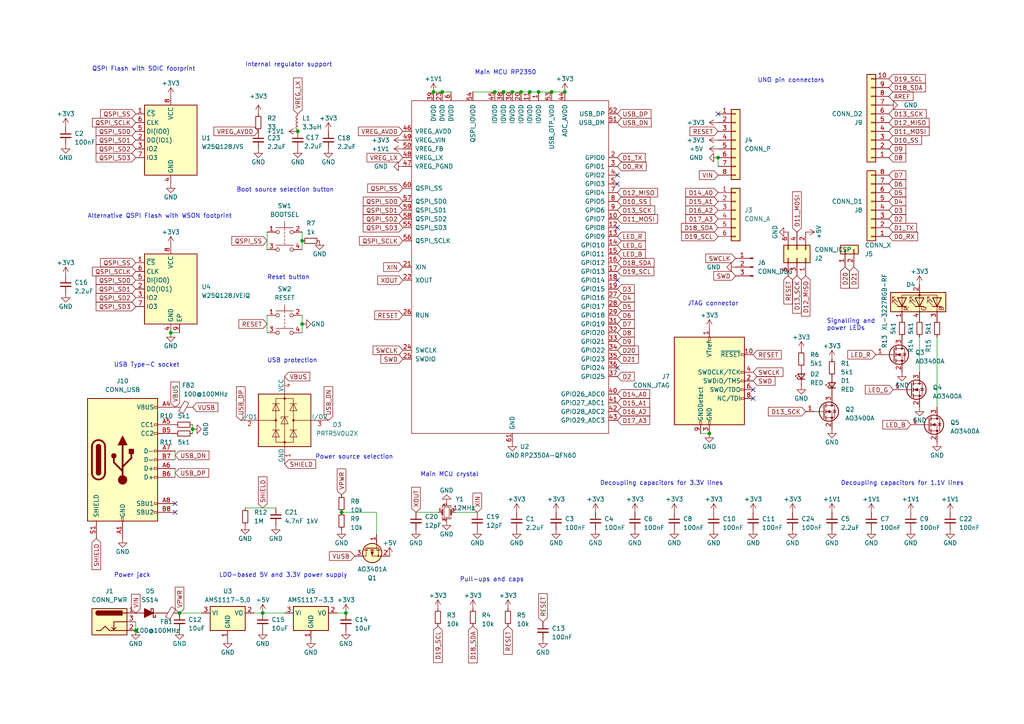
<source format=kicad_sch>
(kicad_sch (version 20231120) (generator "eeschema") (generator_version "8.0")
  (paper "A4")
  (title_block (title "RP2350-Eins-0010") (date "2024-08-24") (rev "1.0") (company "(c) 2024 Andriy Golovnya") (comment 1 "RP2350 based board with Arduino Uno footprint") (comment 2 "Designed in Germany"))
  (junction (at 146.05 26.67))
  (junction (at 39.37 182.88))
  (junction (at 163.83 26.67))
  (junction (at 55.88 124.46))
  (junction (at 143.51 26.67))
  (junction (at 153.67 26.67))
  (junction (at 87.63 93.98))
  (junction (at 148.59 26.67))
  (junction (at 52.07 177.8))
  (junction (at 125.73 26.67))
  (junction (at 99.06 148.59))
  (junction (at 151.13 26.67))
  (junction (at 100.33 177.8))
  (junction (at 156.21 26.67))
  (junction (at 86.36 38.1))
  (junction (at 208.28 45.72))
  (junction (at 128.27 26.67))
  (junction (at 87.63 69.85))
  (junction (at 76.2 177.8))
  (junction (at 160.02 26.67))
  (junction (at 49.53 96.52))
  (junction (at 205.74 125.73))
  (no_connect (at 50.8 148.59))
  (no_connect (at 179.07 53.34))
  (no_connect (at 179.07 50.8))
  (no_connect (at 218.44 113.03))
  (no_connect (at 50.8 146.05))
  (no_connect (at 218.44 115.57))
  (no_connect (at 179.07 81.28))
  (no_connect (at 179.07 66.04))
  (no_connect (at 179.07 106.68))
  (no_connect (at 208.28 33.02))
  (wire (pts (xy 132.08 148.59) (xy 138.43 148.59)))
  (wire (pts (xy 109.22 148.59) (xy 109.22 154.94)))
  (wire (pts (xy 55.88 124.46) (xy 55.88 123.19)))
  (wire (pts (xy 137.16 26.67) (xy 143.51 26.67)))
  (wire (pts (xy 50.8 135.89) (xy 50.8 138.43)))
  (wire (pts (xy 55.88 125.73) (xy 55.88 124.46)))
  (wire (pts (xy 52.07 177.8) (xy 58.42 177.8)))
  (wire (pts (xy 77.47 67.31) (xy 77.47 72.39)))
  (wire (pts (xy 87.63 91.44) (xy 87.63 93.98)))
  (wire (pts (xy 125.73 26.67) (xy 128.27 26.67)))
  (wire (pts (xy 99.06 148.59) (xy 109.22 148.59)))
  (wire (pts (xy 120.65 148.59) (xy 127 148.59)))
  (wire (pts (xy 87.63 93.98) (xy 87.63 96.52)))
  (wire (pts (xy 160.02 26.67) (xy 163.83 26.67)))
  (wire (pts (xy 73.66 177.8) (xy 76.2 177.8)))
  (wire (pts (xy 208.28 45.72) (xy 208.28 48.26)))
  (wire (pts (xy 266.7 97.79) (xy 266.7 107.95)))
  (wire (pts (xy 97.79 177.8) (xy 100.33 177.8)))
  (wire (pts (xy 143.51 26.67) (xy 146.05 26.67)))
  (wire (pts (xy 146.05 26.67) (xy 148.59 26.67)))
  (wire (pts (xy 50.8 130.81) (xy 50.8 133.35)))
  (wire (pts (xy 271.78 97.79) (xy 271.78 118.11)))
  (wire (pts (xy 39.37 180.34) (xy 39.37 182.88)))
  (wire (pts (xy 151.13 26.67) (xy 153.67 26.67)))
  (wire (pts (xy 148.59 26.67) (xy 151.13 26.67)))
  (wire (pts (xy 128.27 26.67) (xy 130.81 26.67)))
  (wire (pts (xy 49.53 96.52) (xy 52.07 96.52)))
  (wire (pts (xy 76.2 177.8) (xy 82.55 177.8)))
  (wire (pts (xy 156.21 26.67) (xy 160.02 26.67)))
  (wire (pts (xy 87.63 69.85) (xy 87.63 72.39)))
  (wire (pts (xy 87.63 67.31) (xy 87.63 69.85)))
  (wire (pts (xy 203.2 125.73) (xy 205.74 125.73)))
  (wire (pts (xy 71.12 147.32) (xy 80.01 147.32)))
  (wire (pts (xy 77.47 91.44) (xy 77.47 96.52)))
  (wire (pts (xy 153.67 26.67) (xy 156.21 26.67)))
  (text "USB protection" (at 77.47 105.41 0) (effects (font (size 1.27 1.27)) (justify left bottom)))
  (text "Alternative QSPI Flash with WSON footprint" (at 25.4 63.5 0) (effects (font (size 1.27 1.27)) (justify left bottom)))
  (text "UNO pin connectors" (at 219.71 24.13 0) (effects (font (size 1.27 1.27)) (justify left bottom)))
  (text "Main MCU RP2350" (at 137.668 21.844 0) (effects (font (size 1.27 1.27)) (justify left bottom)))
  (text "Power source selection" (at 91.44 133.35 0) (effects (font (size 1.27 1.27)) (justify left bottom)))
  (text "Power jack" (at 33.02 167.64 0) (effects (font (size 1.27 1.27)) (justify left bottom)))
  (text "Decoupling capacitors for 3.3V lines" (at 173.99 140.97 0) (effects (font (size 1.27 1.27)) (justify left bottom)))
  (text "Main MCU crystal" (at 121.92 138.43 0) (effects (font (size 1.27 1.27)) (justify left bottom)))
  (text "Internal regulator support" (at 71.12 19.558 0) (effects (font (size 1.27 1.27)) (justify left bottom)))
  (text "Decoupling capacitors for 1.1V lines" (at 243.84 140.97 0) (effects (font (size 1.27 1.27)) (justify left bottom)))
  (text "Pull-ups and caps" (at 133.35 168.91 0) (effects (font (size 1.27 1.27)) (justify left bottom)))
  (text "Signalling and\npower LEDs" (at 239.776 96.012 0) (effects (font (size 1.27 1.27)) (justify left bottom)))
  (text "JTAG connector" (at 199.39 88.9 0) (effects (font (size 1.27 1.27)) (justify left bottom)))
  (text "Reset button" (at 77.47 81.28 0) (effects (font (size 1.27 1.27)) (justify left bottom)))
  (text "USB Type-C socket" (at 33.02 106.68 0) (effects (font (size 1.27 1.27)) (justify left bottom)))
  (text "Boot source selection button" (at 68.58 55.88 0) (effects (font (size 1.27 1.27)) (justify left bottom)))
  (text "LDO-based 5V and 3.3V power supply" (at 63.5 167.64 0) (effects (font (size 1.27 1.27)) (justify left bottom)))
  (text "QSPI Flash with SOIC foorprint" (at 26.67 20.828 0) (effects (font (size 1.27 1.27)) (justify left bottom)))
  (global_label "D13_SCK" (shape input) (at 233.68 119.38 180) (property "Intersheetrefs" "${INTERSHEET_REFS}" (effects (hide yes))))
  (global_label "VPWR" (shape input) (at 99.06 143.51 90) (property "Intersheetrefs" "${INTERSHEET_REFS}" (effects (hide yes))))
  (global_label "QSPI_SD2" (shape input) (at 39.37 43.18 180) (property "Intersheetrefs" "${INTERSHEET_REFS}" (effects (hide yes))))
  (global_label "D17_A3" (shape input) (at 208.28 63.5 180) (property "Intersheetrefs" "${INTERSHEET_REFS}" (effects (hide yes))))
  (global_label "SWD" (shape input) (at 218.44 110.49 0) (property "Intersheetrefs" "${INTERSHEET_REFS}" (effects (hide yes))))
  (global_label "QSPI_SD1" (shape input) (at 39.37 83.82 180) (property "Intersheetrefs" "${INTERSHEET_REFS}" (effects (hide yes))))
  (global_label "D1_TX" (shape input) (at 179.07 45.72 0) (property "Intersheetrefs" "${INTERSHEET_REFS}" (effects (hide yes))))
  (global_label "D14_A0" (shape input) (at 208.28 55.88 180) (property "Intersheetrefs" "${INTERSHEET_REFS}" (effects (hide yes))))
  (global_label "D12_MISO" (shape input) (at 233.68 80.01 270) (property "Intersheetrefs" "${INTERSHEET_REFS}" (effects (hide yes))))
  (global_label "D0_RX" (shape input) (at 257.81 68.58 0) (property "Intersheetrefs" "${INTERSHEET_REFS}" (effects (hide yes))))
  (global_label "VBUS" (shape input) (at 82.55 109.22 0) (property "Intersheetrefs" "${INTERSHEET_REFS}" (effects (hide yes))))
  (global_label "SWCLK" (shape input) (at 213.36 74.93 180) (property "Intersheetrefs" "${INTERSHEET_REFS}" (effects (hide yes))))
  (global_label "D20" (shape input) (at 245.11 77.47 270) (property "Intersheetrefs" "${INTERSHEET_REFS}" (effects (hide yes))))
  (global_label "VREG_LX" (shape input) (at 116.84 45.72 180) (property "Intersheetrefs" "${INTERSHEET_REFS}" (effects (hide yes))))
  (global_label "QSPI_SD3" (shape input) (at 39.37 88.9 180) (property "Intersheetrefs" "${INTERSHEET_REFS}" (effects (hide yes))))
  (global_label "QSPI_SD0" (shape input) (at 39.37 38.1 180) (property "Intersheetrefs" "${INTERSHEET_REFS}" (effects (hide yes))))
  (global_label "USB_DP" (shape input) (at 69.85 121.92 90) (property "Intersheetrefs" "${INTERSHEET_REFS}" (effects (hide yes))))
  (global_label "VUSB" (shape input) (at 55.88 118.11 0) (property "Intersheetrefs" "${INTERSHEET_REFS}" (effects (hide yes))))
  (global_label "QSPI_SCLK" (shape input) (at 39.37 78.74 180) (property "Intersheetrefs" "${INTERSHEET_REFS}" (effects (hide yes))))
  (global_label "D20" (shape input) (at 179.07 101.6 0) (property "Intersheetrefs" "${INTERSHEET_REFS}" (effects (hide yes))))
  (global_label "D18_SDA" (shape input) (at 257.81 25.4 0) (property "Intersheetrefs" "${INTERSHEET_REFS}" (effects (hide yes))))
  (global_label "D5" (shape input) (at 179.07 88.9 0) (property "Intersheetrefs" "${INTERSHEET_REFS}" (effects (hide yes))))
  (global_label "AREF" (shape input) (at 257.81 27.94 0) (property "Intersheetrefs" "${INTERSHEET_REFS}" (effects (hide yes))))
  (global_label "D8" (shape input) (at 257.81 45.72 0) (property "Intersheetrefs" "${INTERSHEET_REFS}" (effects (hide yes))))
  (global_label "D9" (shape input) (at 257.81 43.18 0) (property "Intersheetrefs" "${INTERSHEET_REFS}" (effects (hide yes))))
  (global_label "QSPI_SD0" (shape input) (at 116.84 58.42 180) (property "Intersheetrefs" "${INTERSHEET_REFS}" (effects (hide yes))))
  (global_label "SHIELD" (shape input) (at 82.55 134.62 0) (property "Intersheetrefs" "${INTERSHEET_REFS}" (effects (hide yes))))
  (global_label "D2" (shape input) (at 179.07 109.22 0) (property "Intersheetrefs" "${INTERSHEET_REFS}" (effects (hide yes))))
  (global_label "RESET" (shape input) (at 208.28 38.1 180) (property "Intersheetrefs" "${INTERSHEET_REFS}" (effects (hide yes))))
  (global_label "QSPI_SS" (shape input) (at 39.37 33.02 180) (property "Intersheetrefs" "${INTERSHEET_REFS}" (effects (hide yes))))
  (global_label "QSPI_SS" (shape input) (at 116.84 54.61 180) (property "Intersheetrefs" "${INTERSHEET_REFS}" (effects (hide yes))))
  (global_label "D16_A2" (shape input) (at 208.28 60.96 180) (property "Intersheetrefs" "${INTERSHEET_REFS}" (effects (hide yes))))
  (global_label "LED_R" (shape input) (at 254 102.87 180) (property "Intersheetrefs" "${INTERSHEET_REFS}" (effects (hide yes))))
  (global_label "QSPI_SD3" (shape input) (at 39.37 45.72 180) (property "Intersheetrefs" "${INTERSHEET_REFS}" (effects (hide yes))))
  (global_label "USB_DN" (shape input) (at 50.8 132.08 0) (property "Intersheetrefs" "${INTERSHEET_REFS}" (effects (hide yes))))
  (global_label "D2" (shape input) (at 257.81 63.5 0) (property "Intersheetrefs" "${INTERSHEET_REFS}" (effects (hide yes))))
  (global_label "VPWR" (shape input) (at 52.07 177.8 90) (property "Intersheetrefs" "${INTERSHEET_REFS}" (effects (hide yes))))
  (global_label "D15_A1" (shape input) (at 208.28 58.42 180) (property "Intersheetrefs" "${INTERSHEET_REFS}" (effects (hide yes))))
  (global_label "USB_DN" (shape input) (at 179.07 35.56 0) (property "Intersheetrefs" "${INTERSHEET_REFS}" (effects (hide yes))))
  (global_label "RESET" (shape input) (at 77.47 93.98 180) (property "Intersheetrefs" "${INTERSHEET_REFS}" (effects (hide yes))))
  (global_label "LED_B" (shape input) (at 179.07 73.66 0) (property "Intersheetrefs" "${INTERSHEET_REFS}" (effects (hide yes))))
  (global_label "D21" (shape input) (at 179.07 104.14 0) (property "Intersheetrefs" "${INTERSHEET_REFS}" (effects (hide yes))))
  (global_label "QSPI_SS" (shape input) (at 77.47 69.85 180) (property "Intersheetrefs" "${INTERSHEET_REFS}" (effects (hide yes))))
  (global_label "D10_SS" (shape input) (at 257.81 40.64 0) (property "Intersheetrefs" "${INTERSHEET_REFS}" (effects (hide yes))))
  (global_label "D19_SCL" (shape input) (at 257.81 22.86 0) (property "Intersheetrefs" "${INTERSHEET_REFS}" (effects (hide yes))))
  (global_label "VREG_LX" (shape input) (at 86.36 33.02 90) (property "Intersheetrefs" "${INTERSHEET_REFS}" (effects (hide yes))))
  (global_label "D13_SCK" (shape input) (at 179.07 60.96 0) (property "Intersheetrefs" "${INTERSHEET_REFS}" (effects (hide yes))))
  (global_label "USB_DP" (shape input) (at 50.8 137.16 0) (property "Intersheetrefs" "${INTERSHEET_REFS}" (effects (hide yes))))
  (global_label "D7" (shape input) (at 179.07 93.98 0) (property "Intersheetrefs" "${INTERSHEET_REFS}" (effects (hide yes))))
  (global_label "LED_G" (shape input) (at 179.07 71.12 0) (property "Intersheetrefs" "${INTERSHEET_REFS}" (effects (hide yes))))
  (global_label "D5" (shape input) (at 257.81 55.88 0) (property "Intersheetrefs" "${INTERSHEET_REFS}" (effects (hide yes))))
  (global_label "D0_RX" (shape input) (at 179.07 48.26 0) (property "Intersheetrefs" "${INTERSHEET_REFS}" (effects (hide yes))))
  (global_label "QSPI_SD2" (shape input) (at 116.84 63.5 180) (property "Intersheetrefs" "${INTERSHEET_REFS}" (effects (hide yes))))
  (global_label "D11_MOSI" (shape input) (at 231.14 67.31 90) (property "Intersheetrefs" "${INTERSHEET_REFS}" (effects (hide yes))))
  (global_label "D14_A0" (shape input) (at 179.07 114.3 0) (property "Intersheetrefs" "${INTERSHEET_REFS}" (effects (hide yes))))
  (global_label "SWCLK" (shape input) (at 218.44 107.95 0) (property "Intersheetrefs" "${INTERSHEET_REFS}" (effects (hide yes))))
  (global_label "USB_DP" (shape input) (at 179.07 33.02 0) (property "Intersheetrefs" "${INTERSHEET_REFS}" (effects (hide yes))))
  (global_label "XIN" (shape input) (at 138.43 148.59 90) (property "Intersheetrefs" "${INTERSHEET_REFS}" (effects (hide yes))))
  (global_label "QSPI_SCLK" (shape input) (at 39.37 35.56 180) (property "Intersheetrefs" "${INTERSHEET_REFS}" (effects (hide yes))))
  (global_label "VIN" (shape input) (at 39.37 177.8 90) (property "Intersheetrefs" "${INTERSHEET_REFS}" (effects (hide yes))))
  (global_label "LED_G" (shape input) (at 259.08 113.03 180) (property "Intersheetrefs" "${INTERSHEET_REFS}" (effects (hide yes))))
  (global_label "XIN" (shape input) (at 116.84 77.47 180) (property "Intersheetrefs" "${INTERSHEET_REFS}" (effects (hide yes))))
  (global_label "D6" (shape input) (at 179.07 91.44 0) (property "Intersheetrefs" "${INTERSHEET_REFS}" (effects (hide yes))))
  (global_label "QSPI_SD1" (shape input) (at 116.84 60.96 180) (property "Intersheetrefs" "${INTERSHEET_REFS}" (effects (hide yes))))
  (global_label "D13_SCK" (shape input) (at 257.81 33.02 0) (property "Intersheetrefs" "${INTERSHEET_REFS}" (effects (hide yes))))
  (global_label "RESET" (shape input) (at 157.48 180.34 90) (property "Intersheetrefs" "${INTERSHEET_REFS}" (effects (hide yes))))
  (global_label "USB_DN" (shape input) (at 95.25 121.92 90) (property "Intersheetrefs" "${INTERSHEET_REFS}" (effects (hide yes))))
  (global_label "XOUT" (shape input) (at 120.65 148.59 90) (property "Intersheetrefs" "${INTERSHEET_REFS}" (effects (hide yes))))
  (global_label "RESET" (shape input) (at 147.32 181.61 270) (property "Intersheetrefs" "${INTERSHEET_REFS}" (effects (hide yes))))
  (global_label "D19_SCL" (shape input) (at 127 181.61 270) (property "Intersheetrefs" "${INTERSHEET_REFS}" (effects (hide yes))))
  (global_label "VREG_AVDD" (shape input) (at 116.84 38.1 180) (property "Intersheetrefs" "${INTERSHEET_REFS}" (effects (hide yes))))
  (global_label "LED_R" (shape input) (at 179.07 68.58 0) (property "Intersheetrefs" "${INTERSHEET_REFS}" (effects (hide yes))))
  (global_label "D11_MOSI" (shape input) (at 179.07 63.5 0) (property "Intersheetrefs" "${INTERSHEET_REFS}" (effects (hide yes))))
  (global_label "QSPI_SD1" (shape input) (at 39.37 40.64 180) (property "Intersheetrefs" "${INTERSHEET_REFS}" (effects (hide yes))))
  (global_label "D19_SCL" (shape input) (at 208.28 68.58 180) (property "Intersheetrefs" "${INTERSHEET_REFS}" (effects (hide yes))))
  (global_label "D19_SCL" (shape input) (at 179.07 78.74 0) (property "Intersheetrefs" "${INTERSHEET_REFS}" (effects (hide yes))))
  (global_label "D12_MISO" (shape input) (at 179.07 55.88 0) (property "Intersheetrefs" "${INTERSHEET_REFS}" (effects (hide yes))))
  (global_label "D3" (shape input) (at 179.07 83.82 0) (property "Intersheetrefs" "${INTERSHEET_REFS}" (effects (hide yes))))
  (global_label "SHIELD" (shape input) (at 27.94 156.21 270) (property "Intersheetrefs" "${INTERSHEET_REFS}" (effects (hide yes))))
  (global_label "D4" (shape input) (at 179.07 86.36 0) (property "Intersheetrefs" "${INTERSHEET_REFS}" (effects (hide yes))))
  (global_label "VREG_AVDD" (shape input) (at 74.93 38.1 180) (property "Intersheetrefs" "${INTERSHEET_REFS}" (effects (hide yes))))
  (global_label "D4" (shape input) (at 257.81 58.42 0) (property "Intersheetrefs" "${INTERSHEET_REFS}" (effects (hide yes))))
  (global_label "D7" (shape input) (at 257.81 50.8 0) (property "Intersheetrefs" "${INTERSHEET_REFS}" (effects (hide yes))))
  (global_label "D11_MOSI" (shape input) (at 257.81 38.1 0) (property "Intersheetrefs" "${INTERSHEET_REFS}" (effects (hide yes))))
  (global_label "D9" (shape input) (at 179.07 99.06 0) (property "Intersheetrefs" "${INTERSHEET_REFS}" (effects (hide yes))))
  (global_label "D18_SDA" (shape input) (at 208.28 66.04 180) (property "Intersheetrefs" "${INTERSHEET_REFS}" (effects (hide yes))))
  (global_label "D18_SDA" (shape input) (at 179.07 76.2 0) (property "Intersheetrefs" "${INTERSHEET_REFS}" (effects (hide yes))))
  (global_label "VBUS" (shape input) (at 50.8 118.11 90) (property "Intersheetrefs" "${INTERSHEET_REFS}" (effects (hide yes))))
  (global_label "VIN" (shape input) (at 208.28 50.8 180) (property "Intersheetrefs" "${INTERSHEET_REFS}" (effects (hide yes))))
  (global_label "D13_SCK" (shape input) (at 231.14 80.01 270) (property "Intersheetrefs" "${INTERSHEET_REFS}" (effects (hide yes))))
  (global_label "D1_TX" (shape input) (at 257.81 66.04 0) (property "Intersheetrefs" "${INTERSHEET_REFS}" (effects (hide yes))))
  (global_label "D16_A2" (shape input) (at 179.07 119.38 0) (property "Intersheetrefs" "${INTERSHEET_REFS}" (effects (hide yes))))
  (global_label "SWD" (shape input) (at 213.36 80.01 180) (property "Intersheetrefs" "${INTERSHEET_REFS}" (effects (hide yes))))
  (global_label "D18_SDA" (shape input) (at 137.16 181.61 270) (property "Intersheetrefs" "${INTERSHEET_REFS}" (effects (hide yes))))
  (global_label "D6" (shape input) (at 257.81 53.34 0) (property "Intersheetrefs" "${INTERSHEET_REFS}" (effects (hide yes))))
  (global_label "QSPI_SD3" (shape input) (at 116.84 66.04 180) (property "Intersheetrefs" "${INTERSHEET_REFS}" (effects (hide yes))))
  (global_label "XOUT" (shape input) (at 116.84 81.28 180) (property "Intersheetrefs" "${INTERSHEET_REFS}" (effects (hide yes))))
  (global_label "SHIELD" (shape input) (at 76.2 147.32 90) (property "Intersheetrefs" "${INTERSHEET_REFS}" (effects (hide yes))))
  (global_label "QSPI_SCLK" (shape input) (at 116.84 69.85 180) (property "Intersheetrefs" "${INTERSHEET_REFS}" (effects (hide yes))))
  (global_label "QSPI_SS" (shape input) (at 39.37 76.2 180) (property "Intersheetrefs" "${INTERSHEET_REFS}" (effects (hide yes))))
  (global_label "SWCLK" (shape input) (at 116.84 101.6 180) (property "Intersheetrefs" "${INTERSHEET_REFS}" (effects (hide yes))))
  (global_label "D15_A1" (shape input) (at 179.07 116.84 0) (property "Intersheetrefs" "${INTERSHEET_REFS}" (effects (hide yes))))
  (global_label "RESET" (shape input) (at 218.44 102.87 0) (property "Intersheetrefs" "${INTERSHEET_REFS}" (effects (hide yes))))
  (global_label "LED_B" (shape input) (at 264.16 123.19 180) (property "Intersheetrefs" "${INTERSHEET_REFS}" (effects (hide yes))))
  (global_label "D12_MISO" (shape input) (at 257.81 35.56 0) (property "Intersheetrefs" "${INTERSHEET_REFS}" (effects (hide yes))))
  (global_label "D17_A3" (shape input) (at 179.07 121.92 0) (property "Intersheetrefs" "${INTERSHEET_REFS}" (effects (hide yes))))
  (global_label "SWD" (shape input) (at 116.84 104.14 180) (property "Intersheetrefs" "${INTERSHEET_REFS}" (effects (hide yes))))
  (global_label "D10_SS" (shape input) (at 179.07 58.42 0) (property "Intersheetrefs" "${INTERSHEET_REFS}" (effects (hide yes))))
  (global_label "QSPI_SD2" (shape input) (at 39.37 86.36 180) (property "Intersheetrefs" "${INTERSHEET_REFS}" (effects (hide yes))))
  (global_label "QSPI_SD0" (shape input) (at 39.37 81.28 180) (property "Intersheetrefs" "${INTERSHEET_REFS}" (effects (hide yes))))
  (global_label "D3" (shape input) (at 257.81 60.96 0) (property "Intersheetrefs" "${INTERSHEET_REFS}" (effects (hide yes))))
  (global_label "RESET" (shape input) (at 228.6 80.01 270) (property "Intersheetrefs" "${INTERSHEET_REFS}" (effects (hide yes))))
  (global_label "D8" (shape input) (at 179.07 96.52 0) (property "Intersheetrefs" "${INTERSHEET_REFS}" (effects (hide yes))))
  (global_label "D21" (shape input) (at 247.65 77.47 270) (property "Intersheetrefs" "${INTERSHEET_REFS}" (effects (hide yes))))
  (global_label "VUSB" (shape input) (at 102.87 161.29 180) (property "Intersheetrefs" "${INTERSHEET_REFS}" (effects (hide yes))))
  (global_label "RESET" (shape input) (at 116.84 91.44 180) (property "Intersheetrefs" "${INTERSHEET_REFS}" (effects (hide yes))))
  (symbol (lib_id "power:+3V3") (at 266.7 82.55 0) (unit 1)
    (property "Reference" "#PWR061" (effects (hide yes)))
    (property "Value" "+3V3" (at 266.7 78.74 0))
  )
  (symbol (lib_id "Power_Protection:PRTR5V0U2X") (at 82.55 121.92 0) (unit 1)
    (property "Reference" "D3" (at 97.79 123.19 0))
    (property "Value" "PRTR5V0U2X" (at 97.79 125.73 0))
    (property "Footprint" "Package_TO_SOT_SMD:SOT-143" (effects (hide yes)))
    (property "Datasheet" "https://assets.nexperia.com/documents/data-sheet/PRTR5V0U2X.pdf" (effects (hide yes)))
  )
  (symbol (lib_id "power:+1V1") (at 86.36 38.1 90) (unit 1)
    (property "Reference" "#PWR079" (effects (hide yes)))
    (property "Value" "+1V1" (at 82.55 38.0999 90) (effects (justify left)))
  )
  (symbol (lib_id "Transistor_FET:AO3400A") (at 264.16 113.03 0) (unit 1)
    (property "Reference" "Q4" (at 270.51 112.395 0) (effects (justify left)))
    (property "Value" "AO3400A" (at 270.51 114.935 0) (effects (justify left)))
    (property "Footprint" "Package_TO_SOT_SMD:SOT-23" (effects (hide yes)))
    (property "Datasheet" "http://www.aosmd.com/pdfs/datasheet/AO3400A.pdf" (effects (hide yes)))
  )
  (symbol (lib_id "power:+1V1") (at 264.16 148.59 0) (unit 1)
    (property "Reference" "#PWR027" (effects (hide yes)))
    (property "Value" "+1V1" (at 264.16 144.78 0))
  )
  (symbol (lib_id "power:GND") (at 52.07 182.88 0) (unit 1)
    (property "Reference" "#PWR035" (effects (hide yes)))
    (property "Value" "GND" (at 52.07 186.69 0))
  )
  (symbol (lib_id "power:+3V3") (at 49.53 71.12 0) (unit 1)
    (property "Reference" "#PWR047" (effects (hide yes)))
    (property "Value" "+3V3" (at 49.53 67.31 0))
  )
  (symbol (lib_id "Device:R_Small") (at 266.7 95.25 180) (unit 1)
    (property "Reference" "R14" (at 264.16 100.33 90))
    (property "Value" "5k1" (at 264.16 95.25 90))
    (property "Footprint" "Resistor_SMD:R_0402_1005Metric" (effects (hide yes)))
  )
  (symbol (lib_id "power:GND") (at 99.06 153.67 0) (unit 1)
    (property "Reference" "#PWR060" (effects (hide yes)))
    (property "Value" "GND" (at 99.06 157.48 0))
  )
  (symbol (lib_id "power:+3V3") (at 218.44 148.59 0) (unit 1)
    (property "Reference" "#PWR031" (effects (hide yes)))
    (property "Value" "+3V3" (at 218.44 144.78 0))
  )
  (symbol (lib_id "Connector:Conn_01x03_Pin") (at 218.44 77.47 0) (mirror y) (unit 1)
    (property "Reference" "J6" (at 219.71 76.2 0) (effects (justify right)))
    (property "Value" "CONN_DBG" (at 219.71 78.74 0) (effects (justify right)))
    (property "Footprint" "Connector_PinHeader_2.54mm:PinHeader_1x03_P2.54mm_Vertical" (effects (hide yes)))
  )
  (symbol (lib_id "Device:C_Small") (at 19.05 39.37 0) (unit 1)
    (property "Reference" "C2" (at 21.59 38.7413 0) (effects (justify left)))
    (property "Value" "100nF" (at 21.59 41.2813 0) (effects (justify left)))
    (property "Footprint" "Capacitor_SMD:C_0402_1005Metric" (effects (hide yes)))
  )
  (symbol (lib_id "Device:R_Small") (at 99.06 146.05 0) (unit 1)
    (property "Reference" "R8" (at 101.6 145.415 0) (effects (justify left)))
    (property "Value" "10k" (at 101.6 147.955 0) (effects (justify left)))
    (property "Footprint" "Resistor_SMD:R_0402_1005Metric" (effects (hide yes)))
  )
  (symbol (lib_id "power:GND") (at 19.05 85.09 0) (unit 1)
    (property "Reference" "#PWR057" (effects (hide yes)))
    (property "Value" "GND" (at 19.05 88.9 0))
  )
  (symbol (lib_id "power:+5V") (at 113.03 161.29 0) (unit 1)
    (property "Reference" "#PWR062" (effects (hide yes)))
    (property "Value" "+5V" (at 113.03 157.48 0))
  )
  (symbol (lib_id "Device:C_Small") (at 157.48 182.88 0) (unit 1)
    (property "Reference" "C13" (at 160.02 182.2513 0) (effects (justify left)))
    (property "Value" "100nF" (at 160.02 184.7913 0) (effects (justify left)))
    (property "Footprint" "Capacitor_SMD:C_0402_1005Metric" (effects (hide yes)))
  )
  (symbol (lib_id "power:GND") (at 95.25 43.18 0) (unit 1)
    (property "Reference" "#PWR082" (effects (hide yes)))
    (property "Value" "GND" (at 95.25 46.99 0))
  )
  (symbol (lib_id "Device:C_Small") (at 184.15 151.13 0) (unit 1)
    (property "Reference" "C6" (at 186.69 150.5013 0) (effects (justify left)))
    (property "Value" "100nF" (at 186.69 153.0413 0) (effects (justify left)))
    (property "Footprint" "Capacitor_SMD:C_0402_1005Metric" (effects (hide yes)))
  )
  (symbol (lib_id "Device:LED_RABG") (at 266.7 87.63 90) (unit 1)
    (property "Reference" "D4" (at 264.16 82.55 90))
    (property "Value" "XL-3227RGB-RF" (at 256.54 87.63 0))
    (property "Footprint" "LED_SMD:LED_RGB_1210" (effects (hide yes)))
  )
  (symbol (lib_id "power:+3V3") (at 49.53 27.94 0) (unit 1)
    (property "Reference" "#PWR09" (effects (hide yes)))
    (property "Value" "+3V3" (at 49.53 24.13 0))
  )
  (symbol (lib_id "power:GND") (at 92.71 69.85 0) (unit 1)
    (property "Reference" "#PWR049" (effects (hide yes)))
    (property "Value" "GND" (at 92.71 73.66 0))
  )
  (symbol (lib_id "Device:C_Small") (at 80.01 149.86 0) (unit 1)
    (property "Reference" "C21" (at 82.55 148.59 0) (effects (justify left)))
    (property "Value" "4.7nF 1kV" (at 82.55 151.13 0) (effects (justify left)))
    (property "Footprint" "Capacitor_SMD:C_1206_3216Metric" (effects (hide yes)))
  )
  (symbol (lib_id "Connector_Generic:Conn_01x08") (at 252.73 60.96 180) (unit 1)
    (property "Reference" "J8" (at 250.19 60.96 0) (effects (justify left)))
    (property "Value" "CONN_D1" (at 250.19 58.42 0) (effects (justify left)))
    (property "Footprint" "Connector_PinSocket_2.54mm:PinSocket_1x08_P2.54mm_Vertical" (effects (hide yes)))
  )
  (symbol (lib_id "power:GND") (at 266.7 118.11 0) (unit 1)
    (property "Reference" "#PWR064" (effects (hide yes)))
    (property "Value" "GND" (at 266.7 121.92 0))
  )
  (symbol (lib_id "power:+3V3") (at 74.93 33.02 0) (unit 1)
    (property "Reference" "#PWR080" (effects (hide yes)))
    (property "Value" "+3V3" (at 74.93 27.94 0))
  )
  (symbol (lib_id "power:GND") (at 252.73 153.67 0) (unit 1)
    (property "Reference" "#PWR023" (effects (hide yes)))
    (property "Value" "GND" (at 252.73 157.48 0))
  )
  (symbol (lib_id "power:+3V3") (at 95.25 38.1 0) (unit 1)
    (property "Reference" "#PWR084" (effects (hide yes)))
    (property "Value" "+3V3" (at 95.25 34.29 0))
  )
  (symbol (lib_id "Memory_Flash:W25Q32JVZP") (at 49.53 83.82 0) (unit 1)
    (property "Reference" "U4" (at 58.42 83.185 0) (effects (justify left)))
    (property "Value" "W25Q128JVEIQ" (at 58.42 85.725 0) (effects (justify left)))
    (property "Footprint" "Package_SON:WSON-8-1EP_6x5mm_P1.27mm_EP3.4x4.3mm" (effects (hide yes)))
    (property "Datasheet" "http://www.winbond.com/resource-files/w25q32jv%20revg%2003272018%20plus.pdf" (effects (hide yes)))
  )
  (symbol (lib_id "power:GND") (at 87.63 93.98 90) (unit 1)
    (property "Reference" "#PWR054" (effects (hide yes)))
    (property "Value" "GND" (at 90.17 93.98 90) (effects (justify right)))
  )
  (symbol (lib_id "power:+3V3") (at 19.05 80.01 0) (unit 1)
    (property "Reference" "#PWR037" (effects (hide yes)))
    (property "Value" "+3V3" (at 19.05 76.2 0))
  )
  (symbol (lib_id "power:GND") (at 149.86 153.67 0) (unit 1)
    (property "Reference" "#PWR02" (effects (hide yes)))
    (property "Value" "GND" (at 149.86 157.48 0))
  )
  (symbol (lib_id "Device:C_Small") (at 86.36 40.64 0) (unit 1)
    (property "Reference" "C17" (at 88.646 39.878 0) (effects (justify left)))
    (property "Value" "2.2uF" (at 88.138 42.418 0) (effects (justify left)))
    (property "Footprint" "Capacitor_SMD:C_0603_1608Metric" (effects (hide yes)))
  )
  (symbol (lib_id "power:GND") (at 129.54 146.05 180) (unit 1)
    (property "Reference" "#PWR05" (effects (hide yes)))
    (property "Value" "GND" (at 129.54 142.24 0))
  )
  (symbol (lib_id "power:+3V3") (at 161.29 148.59 0) (unit 1)
    (property "Reference" "#PWR011" (effects (hide yes)))
    (property "Value" "+3V3" (at 161.29 144.78 0))
  )
  (symbol (lib_id "power:+3V3") (at 137.16 176.53 0) (unit 1)
    (property "Reference" "#PWR039" (effects (hide yes)))
    (property "Value" "+3V3" (at 137.16 172.72 0))
  )
  (symbol (lib_id "Device:C_Small") (at 120.65 151.13 0) (unit 1)
    (property "Reference" "C20" (at 123.19 149.8663 0) (effects (justify left)))
    (property "Value" "12pF" (at 123.19 152.4063 0) (effects (justify left)))
    (property "Footprint" "Capacitor_SMD:C_0402_1005Metric" (effects (hide yes)))
  )
  (symbol (lib_id "Device:Crystal_GND24_Small") (at 129.54 148.59 0) (unit 1)
    (property "Reference" "Y1" (at 133.35 144.78 0))
    (property "Value" "12MHz" (at 134.62 147.32 0))
    (property "Footprint" "Crystal:Crystal_SMD_3225-4Pin_3.2x2.5mm" (effects (hide yes)))
  )
  (symbol (lib_id "power:GND") (at 120.65 153.67 0) (unit 1)
    (property "Reference" "#PWR043" (effects (hide yes)))
    (property "Value" "GND" (at 120.65 157.48 0))
  )
  (symbol (lib_id "Device:C_Small") (at 218.44 151.13 0) (unit 1)
    (property "Reference" "C11" (at 220.98 150.5013 0) (effects (justify left)))
    (property "Value" "100nF" (at 220.98 153.0413 0) (effects (justify left)))
    (property "Footprint" "Capacitor_SMD:C_0402_1005Metric" (effects (hide yes)))
  )
  (symbol (lib_id "Connector_Generic:Conn_01x08") (at 213.36 40.64 0) (unit 1)
    (property "Reference" "J4" (at 215.9 40.64 0) (effects (justify left)))
    (property "Value" "CONN_P" (at 215.9 43.18 0) (effects (justify left)))
    (property "Footprint" "Connector_PinSocket_2.54mm:PinSocket_1x08_P2.54mm_Vertical" (effects (hide yes)))
  )
  (symbol (lib_id "power:+1V1") (at 125.73 26.67 0) (unit 1)
    (property "Reference" "#PWR020" (effects (hide yes)))
    (property "Value" "+1V1" (at 125.73 22.86 0))
  )
  (symbol (lib_id "power:+1V1") (at 241.3 148.59 0) (unit 1)
    (property "Reference" "#PWR016" (effects (hide yes)))
    (property "Value" "+1V1" (at 241.3 144.78 0))
  )
  (symbol (lib_id "Device:R_Small") (at 271.78 95.25 180) (unit 1)
    (property "Reference" "R15" (at 269.24 100.33 90))
    (property "Value" "5k1" (at 269.24 95.25 90))
    (property "Footprint" "Resistor_SMD:R_0402_1005Metric" (effects (hide yes)))
  )
  (symbol (lib_id "power:+3V3") (at 205.74 95.25 0) (unit 1)
    (property "Reference" "#PWR056" (effects (hide yes)))
    (property "Value" "+3V3" (at 205.74 91.44 0))
  )
  (symbol (lib_id "PCM_Diode_Schottky_AKL:SS14") (at 43.18 177.8 0) (unit 1)
    (property "Reference" "D5" (at 43.4975 171.45 0))
    (property "Value" "SS14" (at 43.4975 173.99 0))
    (property "Footprint" "PCM_4ms_Diode:D_DO-214AC_SMA" (effects (hide yes)))
    (property "Datasheet" "https://www.tme.eu/Document/39e1c2d2c354f63d74e9a2edb2156b4b/SS14-E3_61T.pdf" (effects (hide yes)))
  )
  (symbol (lib_id "power:GND") (at 184.15 153.67 0) (unit 1)
    (property "Reference" "#PWR019" (effects (hide yes)))
    (property "Value" "GND" (at 184.15 157.48 0))
  )
  (symbol (lib_id "power:+3V3") (at 232.41 101.6 0) (unit 1)
    (property "Reference" "#PWR059" (effects (hide yes)))
    (property "Value" "+3V3" (at 232.41 97.79 0))
  )
  (symbol (lib_id "power:GND") (at 19.05 41.91 0) (unit 1)
    (property "Reference" "#PWR04" (effects (hide yes)))
    (property "Value" "GND" (at 19.05 45.72 0))
  )
  (symbol (lib_id "power:GND") (at 205.74 125.73 0) (unit 1)
    (property "Reference" "#PWR055" (effects (hide yes)))
    (property "Value" "GND" (at 205.74 129.54 0))
  )
  (symbol (lib_id "power:GND") (at 35.56 156.21 0) (unit 1)
    (property "Reference" "#PWR044" (effects (hide yes)))
    (property "Value" "GND" (at 35.56 160.02 0))
  )
  (symbol (lib_id "Transistor_FET:AO3400A") (at 238.76 119.38 0) (unit 1)
    (property "Reference" "Q2" (at 245.11 118.745 0) (effects (justify left)))
    (property "Value" "AO3400A" (at 245.11 121.285 0) (effects (justify left)))
    (property "Footprint" "Package_TO_SOT_SMD:SOT-23" (effects (hide yes)))
    (property "Datasheet" "http://www.aosmd.com/pdfs/datasheet/AO3400A.pdf" (effects (hide yes)))
  )
  (symbol (lib_id "Switch:SW_Push_Dual") (at 82.55 91.44 0) (unit 1)
    (property "Reference" "SW2" (at 82.55 83.82 0))
    (property "Value" "RESET" (at 82.55 86.36 0))
    (property "Footprint" "PCM_4ms_Switch:Button_Tact_Sqkg" (effects (hide yes)))
  )
  (symbol (lib_id "power:GND") (at 218.44 153.67 0) (unit 1)
    (property "Reference" "#PWR032" (effects (hide yes)))
    (property "Value" "GND" (at 218.44 157.48 0))
  )
  (symbol (lib_id "Connector:USB_C_Receptacle_USB2.0") (at 35.56 133.35 0) (unit 1)
    (property "Reference" "J10" (at 35.56 110.49 0))
    (property "Value" "CONN_USB" (at 35.56 113.03 0))
    (property "Footprint" "Connector_USB:USB_C_Receptacle_HRO_TYPE-C-31-M-12" (effects (hide yes)))
    (property "Datasheet" "https://www.usb.org/sites/default/files/documents/usb_type-c.zip" (effects (hide yes)))
  )
  (symbol (lib_id "power:GND") (at 100.33 182.88 0) (unit 1)
    (property "Reference" "#PWR046" (effects (hide yes)))
    (property "Value" "GND" (at 100.33 186.69 0))
  )
  (symbol (lib_id "Device:R_Small") (at 71.12 149.86 0) (unit 1)
    (property "Reference" "R12" (at 73.66 148.59 0) (effects (justify left)))
    (property "Value" "1M" (at 73.66 151.13 0) (effects (justify left)))
    (property "Footprint" "Resistor_SMD:R_0603_1608Metric" (effects (hide yes)))
  )
  (symbol (lib_id "power:GND") (at 90.17 185.42 0) (unit 1)
    (property "Reference" "#PWR050" (effects (hide yes)))
    (property "Value" "GND" (at 90.17 189.23 0))
  )
  (symbol (lib_id "power:+3V3") (at 195.58 148.59 0) (unit 1)
    (property "Reference" "#PWR024" (effects (hide yes)))
    (property "Value" "+3V3" (at 195.58 144.78 0))
  )
  (symbol (lib_id "Connector_Generic:Conn_01x06") (at 213.36 60.96 0) (unit 1)
    (property "Reference" "J3" (at 215.9 60.96 0) (effects (justify left)))
    (property "Value" "CONN_A" (at 215.9 63.5 0) (effects (justify left)))
    (property "Footprint" "Connector_PinSocket_2.54mm:PinSocket_1x06_P2.54mm_Vertical" (effects (hide yes)))
  )
  (symbol (lib_id "Device:C_Small") (at 161.29 151.13 0) (unit 1)
    (property "Reference" "C3" (at 163.83 150.5013 0) (effects (justify left)))
    (property "Value" "100nF" (at 163.83 153.0413 0) (effects (justify left)))
    (property "Footprint" "Capacitor_SMD:C_0402_1005Metric" (effects (hide yes)))
  )
  (symbol (lib_id "power:GND") (at 138.43 153.67 0) (unit 1)
    (property "Reference" "#PWR033" (effects (hide yes)))
    (property "Value" "GND" (at 138.43 157.48 0))
  )
  (symbol (lib_id "power:+3V3") (at 163.83 26.67 0) (unit 1)
    (property "Reference" "#PWR026" (effects (hide yes)))
    (property "Value" "+3V3" (at 163.83 22.86 0))
  )
  (symbol (lib_id "power:GND") (at 49.53 53.34 0) (unit 1)
    (property "Reference" "#PWR010" (effects (hide yes)))
    (property "Value" "GND" (at 49.53 57.15 0))
  )
  (symbol (lib_id "power:+5V") (at 208.28 43.18 90) (unit 1)
    (property "Reference" "#PWR072" (effects (hide yes)))
    (property "Value" "+5V" (at 201.93 43.18 90))
  )
  (symbol (lib_id "Device:R_Small") (at 241.3 106.68 180) (unit 1)
    (property "Reference" "R1" (at 243.84 105.41 0) (effects (justify right)))
    (property "Value" "5k1" (at 243.84 107.95 0) (effects (justify right)))
    (property "Footprint" "Resistor_SMD:R_0402_1005Metric" (effects (hide yes)))
  )
  (symbol (lib_id "Device:C_Small") (at 172.72 151.13 0) (unit 1)
    (property "Reference" "C4" (at 175.26 150.5013 0) (effects (justify left)))
    (property "Value" "100nF" (at 175.26 153.0413 0) (effects (justify left)))
    (property "Footprint" "Capacitor_SMD:C_0402_1005Metric" (effects (hide yes)))
  )
  (symbol (lib_id "power:GND") (at 39.37 182.88 0) (unit 1)
    (property "Reference" "#PWR058" (effects (hide yes)))
    (property "Value" "GND" (at 39.37 186.69 0))
  )
  (symbol (lib_id "power:+1V1") (at 252.73 148.59 0) (unit 1)
    (property "Reference" "#PWR022" (effects (hide yes)))
    (property "Value" "+1V1" (at 252.73 144.78 0))
  )
  (symbol (lib_id "Connector_Generic:Conn_01x02") (at 245.11 72.39 90) (unit 1)
    (property "Reference" "J5" (at 250.825 73.66 90) (effects (justify right)))
    (property "Value" "CONN_X" (at 250.825 71.12 90) (effects (justify right)))
    (property "Footprint" "Connector_PinHeader_2.54mm:PinHeader_1x02_P2.54mm_Vertical" (effects (hide yes)))
  )
  (symbol (lib_id "power:+3V3") (at 241.3 104.14 0) (unit 1)
    (property "Reference" "#PWR07" (effects (hide yes)))
    (property "Value" "+3V3" (at 241.3 100.33 0))
  )
  (symbol (lib_id "power:GND") (at 213.36 77.47 270) (unit 1)
    (property "Reference" "#PWR034" (effects (hide yes)))
    (property "Value" "GND" (at 207.01 77.47 90))
  )
  (symbol (lib_id "power:GND") (at 241.3 153.67 0) (unit 1)
    (property "Reference" "#PWR017" (effects (hide yes)))
    (property "Value" "GND" (at 241.3 157.48 0))
  )
  (symbol (lib_id "power:+3V3") (at 100.33 177.8 0) (unit 1)
    (property "Reference" "#PWR045" (effects (hide yes)))
    (property "Value" "+3V3" (at 100.33 173.99 0))
  )
  (symbol (lib_id "Device:R_Small") (at 127 179.07 0) (unit 1)
    (property "Reference" "R3" (at 129.54 178.435 0) (effects (justify left)))
    (property "Value" "10k" (at 129.54 180.975 0) (effects (justify left)))
    (property "Footprint" "Resistor_SMD:R_0402_1005Metric" (effects (hide yes)))
  )
  (symbol (lib_id "Device:C_Small") (at 19.05 82.55 0) (unit 1)
    (property "Reference" "C16" (at 21.59 81.9213 0) (effects (justify left)))
    (property "Value" "2.2uF" (at 21.59 84.4613 0) (effects (justify left)))
    (property "Footprint" "Capacitor_SMD:C_0603_1608Metric" (effects (hide yes)))
  )
  (symbol (lib_id "power:GND") (at 161.29 153.67 0) (unit 1)
    (property "Reference" "#PWR012" (effects (hide yes)))
    (property "Value" "GND" (at 161.29 157.48 0))
  )
  (symbol (lib_id "power:GND") (at 207.01 153.67 0) (unit 1)
    (property "Reference" "#PWR030" (effects (hide yes)))
    (property "Value" "GND" (at 207.01 157.48 0))
  )
  (symbol (lib_id "Device:C_Small") (at 74.93 40.64 0) (unit 1)
    (property "Reference" "C23" (at 77.47 40.0113 0) (effects (justify left)))
    (property "Value" "2.2uF" (at 77.47 42.5513 0) (effects (justify left)))
    (property "Footprint" "Capacitor_SMD:C_0603_1608Metric" (effects (hide yes)))
  )
  (symbol (lib_id "power:GND") (at 172.72 153.67 0) (unit 1)
    (property "Reference" "#PWR015" (effects (hide yes)))
    (property "Value" "GND" (at 172.72 157.48 0))
  )
  (symbol (lib_id "Device:LED_Small") (at 241.3 111.76 90) (unit 1)
    (property "Reference" "D1" (at 243.84 110.4265 90) (effects (justify right)))
    (property "Value" "RED" (at 243.84 112.9665 90) (effects (justify right)))
    (property "Footprint" "LED_SMD:LED_0603_1608Metric" (effects (hide yes)))
  )
  (symbol (lib_id "Device:R_Small") (at 53.34 123.19 90) (unit 1)
    (property "Reference" "R10" (at 48.26 120.65 90))
    (property "Value" "5k1" (at 53.34 120.65 90))
    (property "Footprint" "Resistor_SMD:R_0402_1005Metric" (effects (hide yes)))
  )
  (symbol (lib_id "power:GND") (at 55.88 124.46 90) (unit 1)
    (property "Reference" "#PWR067" (effects (hide yes)))
    (property "Value" "GND" (at 59.69 124.46 0))
  )
  (symbol (lib_id "Device:C_Small") (at 275.59 151.13 0) (unit 1)
    (property "Reference" "C22" (at 278.13 150.5013 0) (effects (justify left)))
    (property "Value" "100nF" (at 278.13 153.0413 0) (effects (justify left)))
    (property "Footprint" "Capacitor_SMD:C_0402_1005Metric" (effects (hide yes)))
  )
  (symbol (lib_id "power:GND") (at 232.41 111.76 0) (unit 1)
    (property "Reference" "#PWR041" (effects (hide yes)))
    (property "Value" "GND" (at 232.41 115.57 0))
  )
  (symbol (lib_id "power:+3V3") (at 208.28 40.64 90) (unit 1)
    (property "Reference" "#PWR071" (effects (hide yes)))
    (property "Value" "+3V3" (at 204.47 40.64 90) (effects (justify left)))
  )
  (symbol (lib_id "power:GND") (at 195.58 153.67 0) (unit 1)
    (property "Reference" "#PWR025" (effects (hide yes)))
    (property "Value" "GND" (at 195.58 157.48 0))
  )
  (symbol (lib_id "Device:FerriteBead_Small") (at 49.53 177.8 90) (unit 1)
    (property "Reference" "FB1" (at 48.26 180.34 90))
    (property "Value" "100@100MHz" (at 45.72 182.88 90))
    (property "Footprint" "Inductor_SMD:L_0805_2012Metric" (effects (hide yes)))
  )
  (symbol (lib_id "power:GND") (at 228.6 67.31 270) (unit 1)
    (property "Reference" "#PWR068" (effects (hide yes)))
    (property "Value" "GND" (at 224.79 67.31 0))
  )
  (symbol (lib_id "Device:FerriteBead_Small") (at 53.34 118.11 90) (unit 1)
    (property "Reference" "FB2" (at 54.61 111.76 90))
    (property "Value" "100@100MHz" (at 59.69 114.3 90))
    (property "Footprint" "Inductor_SMD:L_0805_2012Metric" (effects (hide yes)))
  )
  (symbol (lib_id "Transistor_FET:AO3400A") (at 259.08 102.87 0) (unit 1)
    (property "Reference" "Q3" (at 265.43 102.235 0) (effects (justify left)))
    (property "Value" "AO3400A" (at 265.43 104.775 0) (effects (justify left)))
    (property "Footprint" "Package_TO_SOT_SMD:SOT-23" (effects (hide yes)))
    (property "Datasheet" "http://www.aosmd.com/pdfs/datasheet/AO3400A.pdf" (effects (hide yes)))
  )
  (symbol (lib_id "Device:C_Small") (at 195.58 151.13 0) (unit 1)
    (property "Reference" "C8" (at 198.12 150.5013 0) (effects (justify left)))
    (property "Value" "100nF" (at 198.12 153.0413 0) (effects (justify left)))
    (property "Footprint" "Capacitor_SMD:C_0402_1005Metric" (effects (hide yes)))
  )
  (symbol (lib_id "power:+3V3") (at 127 176.53 0) (unit 1)
    (property "Reference" "#PWR036" (effects (hide yes)))
    (property "Value" "+3V3" (at 127 172.72 0))
  )
  (symbol (lib_id "power:GND") (at 66.04 185.42 0) (unit 1)
    (property "Reference" "#PWR051" (effects (hide yes)))
    (property "Value" "GND" (at 66.04 189.23 0))
  )
  (symbol (lib_id "power:GND") (at 74.93 43.18 0) (unit 1)
    (property "Reference" "#PWR083" (effects (hide yes)))
    (property "Value" "GND" (at 74.93 46.99 0))
  )
  (symbol (lib_id "power:GND") (at 208.28 45.72 270) (unit 1)
    (property "Reference" "#PWR073" (effects (hide yes)))
    (property "Value" "GND" (at 201.93 45.72 90))
  )
  (symbol (lib_id "Device:R_Small") (at 53.34 125.73 90) (unit 1)
    (property "Reference" "R11" (at 48.26 128.27 90))
    (property "Value" "5k1" (at 53.34 128.27 90))
    (property "Footprint" "Resistor_SMD:R_0402_1005Metric" (effects (hide yes)))
  )
  (symbol (lib_id "Connector:Conn_ARM_JTAG_SWD_10") (at 205.74 110.49 0) (unit 1)
    (property "Reference" "J7" (at 194.31 109.22 0) (effects (justify right)))
    (property "Value" "CONN_JTAG" (at 194.31 111.76 0) (effects (justify right)))
    (property "Footprint" "Connector_PinHeader_1.27mm:PinHeader_2x05_P1.27mm_Vertical" (effects (hide yes)))
    (property "Datasheet" "http://infocenter.arm.com/help/topic/com.arm.doc.ddi0314h/DDI0314H_coresight_components_trm.pdf" (effects (hide yes)))
  )
  (symbol (lib_id "RP2350A:RP2350A-QFN60") (at 148.59 73.66 0) (unit 1)
    (property "Reference" "U2" (at 150.7841 129.54 0) (effects (justify left)))
    (property "Value" "RP2350A-QFN60" (at 150.7841 132.08 0) (effects (justify left)))
    (property "Footprint" "RP2350A:RP2350A_QFN-60_EP_7.75x7.75_Pitch0.4mm" (effects (hide yes)))
  )
  (symbol (lib_id "power:GND") (at 229.87 153.67 0) (unit 1)
    (property "Reference" "#PWR086" (effects (hide yes)))
    (property "Value" "GND" (at 229.87 157.48 0))
  )
  (symbol (lib_id "Device:L_Small") (at 86.36 35.56 180) (unit 1)
    (property "Reference" "L1" (at 87.63 34.2899 0) (effects (justify right)))
    (property "Value" "3.3uH" (at 87.63 36.8299 0) (effects (justify right)))
    (property "Footprint" "Inductor_SMD:L_0805_2012Metric" (effects (hide yes)))
    (property "Description" "Inductor, small symbol" (effects (hide yes)))
  )
  (symbol (lib_id "power:GND") (at 257.81 30.48 90) (unit 1)
    (property "Reference" "#PWR074" (effects (hide yes)))
    (property "Value" "GND" (at 264.16 30.48 90))
  )
  (symbol (lib_id "Memory_Flash:W25Q128JVS") (at 49.53 40.64 0) (unit 1)
    (property "Reference" "U1" (at 58.42 40.005 0) (effects (justify left)))
    (property "Value" "W25Q128JVS" (at 58.42 42.545 0) (effects (justify left)))
    (property "Footprint" "Package_SO:SOIC-8_5.23x5.23mm_P1.27mm" (effects (hide yes)))
    (property "Datasheet" "http://www.winbond.com/resource-files/w25q128jv_dtr%20revc%2003272018%20plus.pdf" (effects (hide yes)))
  )
  (symbol (lib_id "Device:C_Small") (at 252.73 151.13 0) (unit 1)
    (property "Reference" "C7" (at 255.27 150.5013 0) (effects (justify left)))
    (property "Value" "100nF" (at 255.27 153.0413 0) (effects (justify left)))
    (property "Footprint" "Capacitor_SMD:C_0402_1005Metric" (effects (hide yes)))
  )
  (symbol (lib_id "power:+3V3") (at 19.05 36.83 0) (unit 1)
    (property "Reference" "#PWR03" (effects (hide yes)))
    (property "Value" "+3V3" (at 19.05 33.02 0))
  )
  (symbol (lib_id "power:GND") (at 49.53 96.52 0) (unit 1)
    (property "Reference" "#PWR048" (effects (hide yes)))
    (property "Value" "GND" (at 49.53 100.33 0))
  )
  (symbol (lib_id "Device:LED_Small") (at 232.41 109.22 90) (unit 1)
    (property "Reference" "D2" (at 234.95 108.5215 90) (effects (justify right)))
    (property "Value" "RED" (at 234.95 111.0615 90) (effects (justify right)))
    (property "Footprint" "LED_SMD:LED_0603_1608Metric" (effects (hide yes)))
  )
  (symbol (lib_id "power:GND") (at 71.12 152.4 0) (unit 1)
    (property "Reference" "#PWR075" (effects (hide yes)))
    (property "Value" "GND" (at 71.12 156.21 0))
  )
  (symbol (lib_id "power:+3V3") (at 229.87 148.59 0) (unit 1)
    (property "Reference" "#PWR085" (effects (hide yes)))
    (property "Value" "+3V3" (at 229.87 144.78 0))
  )
  (symbol (lib_id "Device:R_Small") (at 99.06 151.13 0) (unit 1)
    (property "Reference" "R9" (at 101.6 150.495 0) (effects (justify left)))
    (property "Value" "10k" (at 101.6 153.035 0) (effects (justify left)))
    (property "Footprint" "Resistor_SMD:R_0402_1005Metric" (effects (hide yes)))
  )
  (symbol (lib_id "power:GND") (at 86.36 43.18 0) (unit 1)
    (property "Reference" "#PWR081" (effects (hide yes)))
    (property "Value" "GND" (at 86.36 46.99 0))
  )
  (symbol (lib_id "Device:C_Small") (at 241.3 151.13 0) (unit 1)
    (property "Reference" "C5" (at 243.84 150.5013 0) (effects (justify left)))
    (property "Value" "2.2uF" (at 243.84 153.0413 0) (effects (justify left)))
    (property "Footprint" "Capacitor_SMD:C_0603_1608Metric" (effects (hide yes)))
  )
  (symbol (lib_id "power:+5V") (at 233.68 67.31 270) (unit 1)
    (property "Reference" "#PWR069" (effects (hide yes)))
    (property "Value" "+5V" (at 237.49 67.31 0))
  )
  (symbol (lib_id "Connector_Generic:Conn_01x10") (at 252.73 35.56 180) (unit 1)
    (property "Reference" "J9" (at 250.19 35.56 0) (effects (justify left)))
    (property "Value" "CONN_D2" (at 250.19 33.02 0) (effects (justify left)))
    (property "Footprint" "Connector_PinSocket_2.54mm:PinSocket_1x10_P2.54mm_Vertical" (effects (hide yes)))
  )
  (symbol (lib_id "Regulator_Linear:AMS1117-5.0") (at 66.04 177.8 0) (unit 1)
    (property "Reference" "U3" (at 66.04 171.45 0))
    (property "Value" "AMS1117-5.0" (at 66.04 173.99 0))
    (property "Footprint" "Package_TO_SOT_SMD:SOT-223-3_TabPin2" (effects (hide yes)))
    (property "Datasheet" "http://www.advanced-monolithic.com/pdf/ds1117.pdf" (effects (hide yes)))
  )
  (symbol (lib_id "power:+3V3") (at 208.28 35.56 90) (unit 1)
    (property "Reference" "#PWR070" (effects (hide yes)))
    (property "Value" "+3V3" (at 204.47 35.56 90) (effects (justify left)))
  )
  (symbol (lib_id "power:GND") (at 157.48 185.42 0) (unit 1)
    (property "Reference" "#PWR042" (effects (hide yes)))
    (property "Value" "GND" (at 157.48 189.23 0))
  )
  (symbol (lib_id "Device:C_Small") (at 100.33 180.34 0) (unit 1)
    (property "Reference" "C14" (at 102.87 179.7113 0) (effects (justify left)))
    (property "Value" "10uF" (at 102.87 182.2513 0) (effects (justify left)))
    (property "Footprint" "Capacitor_SMD:C_0805_2012Metric" (effects (hide yes)))
  )
  (symbol (lib_id "Device:C_Small") (at 95.25 40.64 0) (unit 1)
    (property "Reference" "C18" (at 97.79 40.0113 0) (effects (justify left)))
    (property "Value" "2.2uF" (at 97.79 42.5513 0) (effects (justify left)))
    (property "Footprint" "Capacitor_SMD:C_0603_1608Metric" (effects (hide yes)))
  )
  (symbol (lib_id "Device:R_Small") (at 74.93 35.56 0) (unit 1)
    (property "Reference" "R2" (at 77.47 34.2899 0) (effects (justify left)))
    (property "Value" "33" (at 77.47 36.8299 0) (effects (justify left)))
    (property "Footprint" "Resistor_SMD:R_0402_1005Metric" (effects (hide yes)))
  )
  (symbol (lib_id "power:+3V3") (at 116.84 40.64 90) (unit 1)
    (property "Reference" "#PWR066" (effects (hide yes)))
    (property "Value" "+3V3" (at 113.03 40.64 90) (effects (justify left)))
  )
  (symbol (lib_id "power:GND") (at 148.59 128.27 0) (unit 1)
    (property "Reference" "#PWR021" (effects (hide yes)))
    (property "Value" "GND" (at 148.59 132.08 0))
  )
  (symbol (lib_id "power:GND") (at 80.01 152.4 0) (unit 1)
    (property "Reference" "#PWR053" (effects (hide yes)))
    (property "Value" "GND" (at 80.01 156.21 0))
  )
  (symbol (lib_id "Device:C_Small") (at 264.16 151.13 0) (unit 1)
    (property "Reference" "C9" (at 266.7 150.5013 0) (effects (justify left)))
    (property "Value" "100nF" (at 266.7 153.0413 0) (effects (justify left)))
    (property "Footprint" "Capacitor_SMD:C_0402_1005Metric" (effects (hide yes)))
  )
  (symbol (lib_id "Device:R_Small") (at 90.17 69.85 90) (unit 1)
    (property "Reference" "R7" (at 90.17 64.77 90))
    (property "Value" "1k" (at 90.17 67.31 90))
    (property "Footprint" "Resistor_SMD:R_0402_1005Metric" (effects (hide yes)))
  )
  (symbol (lib_id "power:GND") (at 271.78 128.27 0) (unit 1)
    (property "Reference" "#PWR065" (effects (hide yes)))
    (property "Value" "GND" (at 271.78 132.08 0))
  )
  (symbol (lib_id "PCM_Transistor_MOSFET_AKL:AO3401A") (at 107.95 158.75 270) (unit 1)
    (property "Reference" "Q1" (at 107.95 167.64 90))
    (property "Value" "AO3401A" (at 107.95 165.1 90))
    (property "Footprint" "Package_TO_SOT_SMD:SOT-23" (effects (hide yes)))
    (property "Datasheet" "https://www.tme.eu/Document/d25b071532a0a1e329733a03427696ee/AO3401A-DTE.pdf" (effects (hide yes)))
  )
  (symbol (lib_id "power:+1V1") (at 116.84 43.18 90) (unit 1)
    (property "Reference" "#PWR078" (effects (hide yes)))
    (property "Value" "+1V1" (at 113.03 43.1799 90) (effects (justify left)))
  )
  (symbol (lib_id "power:GND") (at 76.2 182.88 0) (unit 1)
    (property "Reference" "#PWR038" (effects (hide yes)))
    (property "Value" "GND" (at 76.2 186.69 0))
  )
  (symbol (lib_id "power:+3V3") (at 207.01 148.59 0) (unit 1)
    (property "Reference" "#PWR029" (effects (hide yes)))
    (property "Value" "+3V3" (at 207.01 144.78 0))
  )
  (symbol (lib_id "power:GND") (at 275.59 153.67 0) (unit 1)
    (property "Reference" "#PWR077" (effects (hide yes)))
    (property "Value" "GND" (at 275.59 157.48 0))
  )
  (symbol (lib_id "Device:C_Small") (at 138.43 151.13 0) (unit 1)
    (property "Reference" "C19" (at 140.97 149.8663 0) (effects (justify left)))
    (property "Value" "12pF" (at 140.97 152.4063 0) (effects (justify left)))
    (property "Footprint" "Capacitor_SMD:C_0402_1005Metric" (effects (hide yes)))
  )
  (symbol (lib_id "Device:C_Small") (at 207.01 151.13 0) (unit 1)
    (property "Reference" "C10" (at 209.55 150.5013 0) (effects (justify left)))
    (property "Value" "100nF" (at 209.55 153.0413 0) (effects (justify left)))
    (property "Footprint" "Capacitor_SMD:C_0402_1005Metric" (effects (hide yes)))
  )
  (symbol (lib_id "Switch:SW_Push_Dual") (at 82.55 67.31 0) (unit 1)
    (property "Reference" "SW1" (at 82.55 59.69 0))
    (property "Value" "BOOTSEL" (at 82.55 62.23 0))
    (property "Footprint" "PCM_4ms_Switch:Button_Tact_Sqkg" (effects (hide yes)))
  )
  (symbol (lib_id "power:GND") (at 116.84 48.26 270) (unit 1)
    (property "Reference" "#PWR013" (effects (hide yes)))
    (property "Value" "GND" (at 110.49 48.26 90))
  )
  (symbol (lib_id "Device:C_Small") (at 149.86 151.13 0) (unit 1)
    (property "Reference" "C1" (at 152.4 150.5013 0) (effects (justify left)))
    (property "Value" "2.2uF" (at 152.4 153.0413 0) (effects (justify left)))
    (property "Footprint" "Capacitor_SMD:C_0603_1608Metric" (effects (hide yes)))
  )
  (symbol (lib_id "power:+1V1") (at 275.59 148.59 0) (unit 1)
    (property "Reference" "#PWR076" (effects (hide yes)))
    (property "Value" "+1V1" (at 275.59 144.78 0))
  )
  (symbol (lib_id "power:GND") (at 241.3 124.46 0) (unit 1)
    (property "Reference" "#PWR08" (effects (hide yes)))
    (property "Value" "GND" (at 241.3 128.27 0))
  )
  (symbol (lib_id "Device:C_Small") (at 76.2 180.34 0) (unit 1)
    (property "Reference" "C15" (at 78.74 179.7113 0) (effects (justify left)))
    (property "Value" "10uF" (at 78.74 182.2513 0) (effects (justify left)))
    (property "Footprint" "Capacitor_SMD:C_0805_2012Metric" (effects (hide yes)))
  )
  (symbol (lib_id "Device:R_Small") (at 147.32 179.07 0) (unit 1)
    (property "Reference" "R5" (at 149.86 178.435 0) (effects (justify left)))
    (property "Value" "10k" (at 149.86 180.975 0) (effects (justify left)))
    (property "Footprint" "Resistor_SMD:R_0402_1005Metric" (effects (hide yes)))
  )
  (symbol (lib_id "Device:R_Small") (at 261.62 95.25 180) (unit 1)
    (property "Reference" "R13" (at 256.54 99.06 90))
    (property "Value" "5k1" (at 259.08 95.25 90))
    (property "Footprint" "Resistor_SMD:R_0402_1005Metric" (effects (hide yes)))
  )
  (symbol (lib_id "power:GND") (at 264.16 153.67 0) (unit 1)
    (property "Reference" "#PWR028" (effects (hide yes)))
    (property "Value" "GND" (at 264.16 157.48 0))
  )
  (symbol (lib_id "Device:R_Small") (at 137.16 179.07 0) (unit 1)
    (property "Reference" "R4" (at 139.7 178.435 0) (effects (justify left)))
    (property "Value" "10k" (at 139.7 180.975 0) (effects (justify left)))
    (property "Footprint" "Resistor_SMD:R_0402_1005Metric" (effects (hide yes)))
  )
  (symbol (lib_id "power:GND") (at 261.62 107.95 0) (unit 1)
    (property "Reference" "#PWR063" (effects (hide yes)))
    (property "Value" "GND" (at 261.62 111.76 0))
  )
  (symbol (lib_id "Device:C_Small") (at 229.87 151.13 0) (unit 1)
    (property "Reference" "C24" (at 232.41 150.5013 0) (effects (justify left)))
    (property "Value" "100nF" (at 232.41 153.0413 0) (effects (justify left)))
    (property "Footprint" "Capacitor_SMD:C_0402_1005Metric" (effects (hide yes)))
  )
  (symbol (lib_id "Regulator_Linear:AMS1117-3.3") (at 90.17 177.8 0) (unit 1)
    (property "Reference" "U5" (at 90.17 171.45 0))
    (property "Value" "AMS1117-3.3" (at 90.17 173.99 0))
    (property "Footprint" "Package_TO_SOT_SMD:SOT-223-3_TabPin2" (effects (hide yes)))
    (property "Datasheet" "http://www.advanced-monolithic.com/pdf/ds1117.pdf" (effects (hide yes)))
  )
  (symbol (lib_id "power:+3V3") (at 184.15 148.59 0) (unit 1)
    (property "Reference" "#PWR018" (effects (hide yes)))
    (property "Value" "+3V3" (at 184.15 144.78 0))
  )
  (symbol (lib_id "power:+5V") (at 76.2 177.8 0) (unit 1)
    (property "Reference" "#PWR052" (effects (hide yes)))
    (property "Value" "+5V" (at 76.2 173.99 0))
  )
  (symbol (lib_id "power:+3V3") (at 147.32 176.53 0) (unit 1)
    (property "Reference" "#PWR040" (effects (hide yes)))
    (property "Value" "+3V3" (at 147.32 172.72 0))
  )
  (symbol (lib_id "Connector:Barrel_Jack_Switch") (at 31.75 180.34 0) (unit 1)
    (property "Reference" "J1" (at 31.75 171.45 0))
    (property "Value" "CONN_PWR" (at 31.75 173.99 0))
    (property "Footprint" "Connector_BarrelJack:BarrelJack_Horizontal" (effects (hide yes)))
  )
  (symbol (lib_id "power:+3V3") (at 149.86 148.59 0) (unit 1)
    (property "Reference" "#PWR01" (effects (hide yes)))
    (property "Value" "+3V3" (at 149.86 144.78 0))
  )
  (symbol (lib_id "Connector_Generic:Conn_02x03_Odd_Even") (at 231.14 74.93 270) (mirror x) (unit 1)
    (property "Reference" "J2" (at 236.22 74.93 90) (effects (justify left)))
    (property "Value" "CONN_ICSP" (at 236.22 72.39 90) (effects (justify left)))
    (property "Footprint" "Connector_PinHeader_2.54mm:PinHeader_2x03_P2.54mm_Vertical" (effects (hide yes)))
  )
  (symbol (lib_id "Device:R_Small") (at 232.41 104.14 0) (unit 1)
    (property "Reference" "R6" (at 234.95 102.87 0) (effects (justify left)))
    (property "Value" "5k1" (at 234.95 105.41 0) (effects (justify left)))
    (property "Footprint" "Resistor_SMD:R_0402_1005Metric" (effects (hide yes)))
  )
  (symbol (lib_id "Transistor_FET:AO3400A") (at 269.24 123.19 0) (unit 1)
    (property "Reference" "Q5" (at 275.59 122.555 0) (effects (justify left)))
    (property "Value" "AO3400A" (at 275.59 125.095 0) (effects (justify left)))
    (property "Footprint" "Package_TO_SOT_SMD:SOT-23" (effects (hide yes)))
    (property "Datasheet" "http://www.aosmd.com/pdfs/datasheet/AO3400A.pdf" (effects (hide yes)))
  )
  (symbol (lib_id "Device:C_Small") (at 52.07 180.34 0) (unit 1)
    (property "Reference" "C12" (at 54.61 179.7113 0) (effects (justify left)))
    (property "Value" "10uF" (at 54.61 182.2513 0) (effects (justify left)))
    (property "Footprint" "Capacitor_SMD:C_0805_2012Metric" (effects (hide yes)))
  )
  (symbol (lib_id "power:+3V3") (at 172.72 148.59 0) (unit 1)
    (property "Reference" "#PWR014" (effects (hide yes)))
    (property "Value" "+3V3" (at 172.72 144.78 0))
  )
  (symbol (lib_id "power:GND") (at 129.54 151.13 0) (unit 1)
    (property "Reference" "#PWR06" (effects (hide yes)))
    (property "Value" "GND" (at 129.54 154.94 0))
  )
)
</source>
